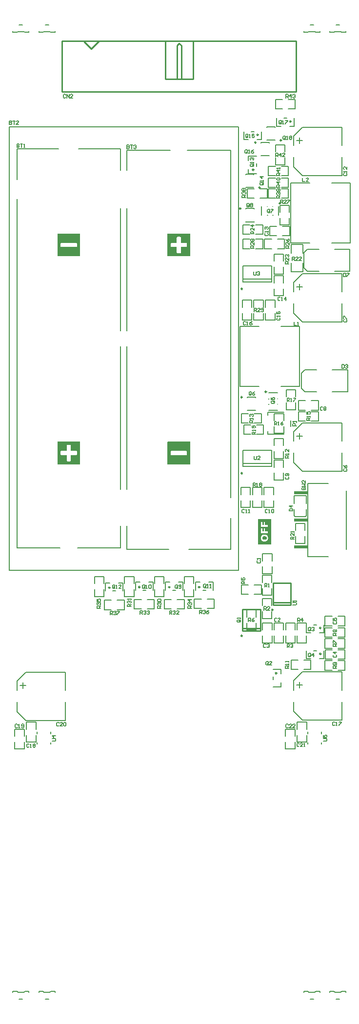
<source format=gto>
G04*
G04 #@! TF.GenerationSoftware,Altium Limited,Altium Designer,18.0.11 (651)*
G04*
G04 Layer_Color=65535*
%FSLAX44Y44*%
%MOMM*%
G71*
G01*
G75*
%ADD10C,0.2500*%
%ADD11C,0.1000*%
%ADD12C,0.2000*%
%ADD13C,0.2540*%
%ADD14C,0.2286*%
%ADD15C,0.1500*%
%ADD16R,2.4130X0.5080*%
G36*
X409000Y-834000D02*
X386537D01*
Y-790059D01*
X409000D01*
Y-834000D01*
D02*
G37*
G36*
X268526Y-655863D02*
X268589Y-655987D01*
Y-694727D01*
Y-694790D01*
Y-694853D01*
X268526Y-694915D01*
X268401Y-694977D01*
X229599D01*
X229536Y-694915D01*
X229474Y-694853D01*
X229411Y-694727D01*
Y-655987D01*
Y-655925D01*
X229536Y-655863D01*
X229661Y-655800D01*
X268464D01*
X268526Y-655863D01*
D02*
G37*
G36*
X77526D02*
X77589Y-655987D01*
Y-694727D01*
Y-694790D01*
Y-694853D01*
X77526Y-694915D01*
X77401Y-694977D01*
X38599D01*
X38536Y-694915D01*
X38474Y-694853D01*
X38411Y-694727D01*
Y-655987D01*
Y-655925D01*
X38536Y-655863D01*
X38661Y-655800D01*
X77464D01*
X77526Y-655863D01*
D02*
G37*
G36*
X77464Y-294885D02*
X77526Y-294947D01*
X77589Y-295072D01*
Y-333812D01*
Y-333875D01*
X77464Y-333937D01*
X77339Y-334000D01*
X38536D01*
X38474Y-333937D01*
X38411Y-333812D01*
Y-295072D01*
Y-295010D01*
Y-294947D01*
X38474Y-294885D01*
X38599Y-294823D01*
X77401D01*
X77464Y-294885D01*
D02*
G37*
G36*
X268464D02*
X268526Y-294947D01*
X268589Y-295072D01*
Y-333812D01*
Y-333875D01*
X268464Y-333937D01*
X268339Y-334000D01*
X229536D01*
X229474Y-333937D01*
X229411Y-333812D01*
Y-295072D01*
Y-295010D01*
Y-294947D01*
X229474Y-294885D01*
X229599Y-294823D01*
X268401D01*
X268464Y-294885D01*
D02*
G37*
%LPC*%
G36*
X403750Y-795059D02*
X391786D01*
Y-803623D01*
X403750D01*
Y-800541D01*
X398635D01*
Y-795459D01*
X396319D01*
Y-800541D01*
X394103D01*
Y-795059D01*
X403750D01*
D02*
G37*
G36*
Y-805756D02*
Y-811238D01*
X398635D01*
Y-806156D01*
X396319D01*
Y-811238D01*
X394103D01*
Y-805756D01*
X403750D01*
X391786D01*
Y-814320D01*
X403750D01*
Y-805756D01*
D02*
G37*
G36*
X404000Y-816686D02*
X397785D01*
X397252Y-816703D01*
X396768Y-816753D01*
X396285Y-816836D01*
X395852Y-816936D01*
X395452Y-817070D01*
X395069Y-817203D01*
X394736Y-817353D01*
X394419Y-817503D01*
X394152Y-817670D01*
X393903Y-817820D01*
X393703Y-817953D01*
X393519Y-818070D01*
X393386Y-818186D01*
X393303Y-818269D01*
X393236Y-818319D01*
X393219Y-818336D01*
X392920Y-818653D01*
X392670Y-819003D01*
X392436Y-819369D01*
X392253Y-819736D01*
X392086Y-820119D01*
X391953Y-820486D01*
X391837Y-820852D01*
X391753Y-821219D01*
X391670Y-821552D01*
X391620Y-821852D01*
X391586Y-822135D01*
X391570Y-822385D01*
X391553Y-822568D01*
X391536Y-822718D01*
Y-822852D01*
X391553Y-823385D01*
X391603Y-823868D01*
X391687Y-824334D01*
X391803Y-824768D01*
X391920Y-825168D01*
X392070Y-825551D01*
X392220Y-825884D01*
X392370Y-826184D01*
X392536Y-826467D01*
X392686Y-826701D01*
X392836Y-826901D01*
X392953Y-827067D01*
X393069Y-827200D01*
X393153Y-827284D01*
X393203Y-827350D01*
X393219Y-827367D01*
X393553Y-827650D01*
X393903Y-827900D01*
X394269Y-828117D01*
X394636Y-828317D01*
X395019Y-828467D01*
X395402Y-828600D01*
X395769Y-828717D01*
X396135Y-828800D01*
X396469Y-828867D01*
X396785Y-828917D01*
X397068Y-828950D01*
X397302Y-828967D01*
X397502Y-828983D01*
X397652Y-829000D01*
X404000D01*
Y-822852D01*
X403983Y-822318D01*
X403933Y-821835D01*
X403850Y-821369D01*
X403733Y-820935D01*
X403617Y-820519D01*
X403467Y-820152D01*
X403317Y-819819D01*
X403150Y-819519D01*
X403000Y-819236D01*
X402850Y-819003D01*
X402700Y-818803D01*
X402584Y-818636D01*
X402467Y-818503D01*
X402384Y-818419D01*
X402334Y-818353D01*
X402317Y-818336D01*
X401984Y-818053D01*
X401634Y-817786D01*
X401267Y-817570D01*
X400901Y-817386D01*
X400518Y-817220D01*
X400151Y-817086D01*
X399768Y-816986D01*
X399418Y-816887D01*
X399085Y-816820D01*
X398768Y-816770D01*
X398501Y-816737D01*
X398251Y-816720D01*
X398051Y-816703D01*
X397918Y-816686D01*
X404000D01*
D02*
G37*
%LPD*%
G36*
X398135Y-819902D02*
X398468Y-819919D01*
X398768Y-819952D01*
X399035Y-820002D01*
X399251Y-820052D01*
X399401Y-820086D01*
X399501Y-820102D01*
X399518Y-820119D01*
X399534D01*
X399801Y-820202D01*
X400051Y-820319D01*
X400268Y-820419D01*
X400451Y-820519D01*
X400601Y-820619D01*
X400718Y-820702D01*
X400784Y-820752D01*
X400817Y-820769D01*
X400984Y-820935D01*
X401134Y-821085D01*
X401251Y-821252D01*
X401351Y-821402D01*
X401434Y-821535D01*
X401484Y-821635D01*
X401517Y-821702D01*
X401534Y-821719D01*
X401601Y-821918D01*
X401651Y-822118D01*
X401701Y-822318D01*
X401717Y-822485D01*
X401734Y-822635D01*
X401751Y-822752D01*
Y-822852D01*
X401734Y-823068D01*
X401717Y-823268D01*
X401684Y-823468D01*
X401634Y-823635D01*
X401601Y-823785D01*
X401567Y-823885D01*
X401551Y-823951D01*
X401534Y-823985D01*
X401434Y-824185D01*
X401317Y-824351D01*
X401217Y-824518D01*
X401101Y-824651D01*
X401001Y-824768D01*
X400918Y-824851D01*
X400851Y-824901D01*
X400834Y-824918D01*
X400634Y-825068D01*
X400434Y-825184D01*
X400234Y-825301D01*
X400034Y-825384D01*
X399868Y-825468D01*
X399718Y-825518D01*
X399635Y-825551D01*
X399601Y-825568D01*
X399301Y-825651D01*
X399001Y-825701D01*
X398701Y-825751D01*
X398418Y-825768D01*
X398168Y-825784D01*
X398051Y-825801D01*
X397968D01*
X397885D01*
X397835D01*
X397802D01*
X397785D01*
X397402Y-825784D01*
X397052Y-825768D01*
X396735Y-825717D01*
X396469Y-825667D01*
X396252Y-825634D01*
X396085Y-825584D01*
X396035Y-825568D01*
X395985D01*
X395969Y-825551D01*
X395952D01*
X395669Y-825451D01*
X395419Y-825351D01*
X395202Y-825234D01*
X395019Y-825134D01*
X394886Y-825034D01*
X394786Y-824968D01*
X394719Y-824918D01*
X394702Y-824901D01*
X394536Y-824734D01*
X394386Y-824568D01*
X394269Y-824418D01*
X394169Y-824268D01*
X394103Y-824135D01*
X394036Y-824035D01*
X394019Y-823968D01*
X394003Y-823951D01*
X393936Y-823751D01*
X393869Y-823568D01*
X393836Y-823368D01*
X393819Y-823202D01*
X393803Y-823068D01*
X393786Y-822952D01*
Y-822852D01*
X393803Y-822635D01*
X393819Y-822435D01*
X393853Y-822235D01*
X393903Y-822068D01*
X393953Y-821935D01*
X393986Y-821835D01*
X394003Y-821752D01*
X394019Y-821735D01*
X394119Y-821535D01*
X394219Y-821369D01*
X394336Y-821202D01*
X394452Y-821052D01*
X394552Y-820952D01*
X394636Y-820852D01*
X394702Y-820802D01*
X394719Y-820786D01*
X394902Y-820636D01*
X395102Y-820519D01*
X395302Y-820402D01*
X395502Y-820302D01*
X395669Y-820236D01*
X395802Y-820186D01*
X395902Y-820152D01*
X395919Y-820136D01*
X395935D01*
X396235Y-820052D01*
X396535Y-819986D01*
X396852Y-819952D01*
X397135Y-819919D01*
X397385Y-819902D01*
X397502Y-819886D01*
X397585D01*
X397668D01*
X397718D01*
X397752D01*
X397768D01*
X398135Y-819902D01*
D02*
G37*
G36*
X404000Y-829000D02*
X397785D01*
X398302Y-828983D01*
X398801Y-828933D01*
X399268Y-828850D01*
X399701Y-828750D01*
X400101Y-828617D01*
X400468Y-828484D01*
X400817Y-828334D01*
X401117Y-828184D01*
X401401Y-828034D01*
X401634Y-827884D01*
X401834Y-827750D01*
X402017Y-827617D01*
X402150Y-827517D01*
X402234Y-827434D01*
X402300Y-827384D01*
X402317Y-827367D01*
X402617Y-827050D01*
X402867Y-826701D01*
X403100Y-826351D01*
X403284Y-825967D01*
X403450Y-825601D01*
X403583Y-825218D01*
X403700Y-824851D01*
X403783Y-824501D01*
X403867Y-824168D01*
X403917Y-823851D01*
X403950Y-823568D01*
X403967Y-823335D01*
X403983Y-823135D01*
X404000Y-822985D01*
Y-829000D01*
D02*
G37*
%LPC*%
G36*
X261653Y-671796D02*
X236285D01*
X236097Y-671858D01*
X235785Y-671921D01*
X235472Y-672108D01*
X235222Y-672296D01*
X234910Y-672608D01*
X234722Y-672983D01*
X234660Y-673483D01*
Y-677294D01*
Y-677357D01*
X234722Y-677544D01*
X234785Y-677857D01*
X234972Y-678169D01*
X235160Y-678419D01*
X235472Y-678732D01*
X235847Y-678919D01*
X236347Y-678982D01*
X261716D01*
X261903Y-678919D01*
X262215Y-678857D01*
X262465Y-678732D01*
X262778Y-678482D01*
X263090Y-678169D01*
X263278Y-677794D01*
X263340Y-677294D01*
Y-673483D01*
Y-673420D01*
X263278Y-673233D01*
X263215Y-672921D01*
X263028Y-672671D01*
X262840Y-672358D01*
X262528Y-672046D01*
X262153Y-671858D01*
X261653Y-671796D01*
D02*
G37*
G36*
X59906Y-661049D02*
X56032D01*
X55844Y-661111D01*
X55532Y-661174D01*
X55219Y-661361D01*
X54970Y-661548D01*
X54657Y-661861D01*
X54470Y-662236D01*
X54407Y-662736D01*
Y-671546D01*
Y-671609D01*
Y-671671D01*
X54345Y-671733D01*
X54220Y-671796D01*
X45285D01*
X45097Y-671858D01*
X44785Y-671921D01*
X44472Y-672108D01*
X44222Y-672296D01*
X43910Y-672608D01*
X43722Y-672983D01*
X43660Y-673483D01*
Y-677294D01*
Y-677357D01*
X43722Y-677544D01*
X43785Y-677857D01*
X43972Y-678169D01*
X44160Y-678419D01*
X44472Y-678732D01*
X44847Y-678919D01*
X45347Y-678982D01*
X54282D01*
X54345Y-679044D01*
X54407Y-679169D01*
Y-688042D01*
Y-688104D01*
X54470Y-688292D01*
X54532Y-688604D01*
X54657Y-688916D01*
X54907Y-689166D01*
X55219Y-689479D01*
X55594Y-689666D01*
X56094Y-689729D01*
X59968D01*
X60156Y-689666D01*
X60468Y-689604D01*
X60718Y-689416D01*
X61031Y-689229D01*
X61343Y-688916D01*
X61530Y-688542D01*
X61593Y-688042D01*
Y-679169D01*
Y-679107D01*
X61718Y-679044D01*
X61843Y-678982D01*
X70715D01*
X70903Y-678919D01*
X71215Y-678857D01*
X71465Y-678732D01*
X71778Y-678482D01*
X72090Y-678169D01*
X72278Y-677794D01*
X72340Y-677294D01*
Y-673483D01*
Y-673420D01*
X72278Y-673233D01*
X72215Y-672921D01*
X72028Y-672671D01*
X71840Y-672358D01*
X71528Y-672046D01*
X71153Y-671858D01*
X70653Y-671796D01*
X61780D01*
X61718Y-671733D01*
X61655Y-671671D01*
X61593Y-671546D01*
Y-662736D01*
Y-662673D01*
X61530Y-662486D01*
X61468Y-662173D01*
X61280Y-661923D01*
X61093Y-661611D01*
X60781Y-661299D01*
X60406Y-661111D01*
X59906Y-661049D01*
D02*
G37*
G36*
X70653Y-310818D02*
X45285D01*
X45097Y-310881D01*
X44785Y-310943D01*
X44535Y-311068D01*
X44222Y-311318D01*
X43910Y-311631D01*
X43722Y-312006D01*
X43660Y-312505D01*
Y-316317D01*
Y-316380D01*
X43722Y-316567D01*
X43785Y-316879D01*
X43972Y-317129D01*
X44160Y-317442D01*
X44472Y-317754D01*
X44847Y-317942D01*
X45347Y-318004D01*
X70715D01*
X70903Y-317942D01*
X71215Y-317879D01*
X71528Y-317692D01*
X71778Y-317504D01*
X72090Y-317192D01*
X72278Y-316817D01*
X72340Y-316317D01*
Y-312505D01*
Y-312443D01*
X72278Y-312256D01*
X72215Y-311943D01*
X72028Y-311631D01*
X71840Y-311381D01*
X71528Y-311068D01*
X71153Y-310881D01*
X70653Y-310818D01*
D02*
G37*
G36*
X250906Y-300071D02*
X247032D01*
X246844Y-300134D01*
X246532Y-300196D01*
X246282Y-300384D01*
X245970Y-300571D01*
X245657Y-300884D01*
X245470Y-301258D01*
X245407Y-301758D01*
Y-310631D01*
Y-310693D01*
X245282Y-310756D01*
X245157Y-310818D01*
X236285D01*
X236097Y-310881D01*
X235785Y-310943D01*
X235535Y-311068D01*
X235222Y-311318D01*
X234910Y-311631D01*
X234722Y-312006D01*
X234660Y-312505D01*
Y-316317D01*
Y-316380D01*
X234722Y-316567D01*
X234785Y-316879D01*
X234972Y-317129D01*
X235160Y-317442D01*
X235472Y-317754D01*
X235847Y-317942D01*
X236347Y-318004D01*
X245220D01*
X245282Y-318067D01*
X245345Y-318129D01*
X245407Y-318254D01*
Y-327064D01*
Y-327127D01*
X245470Y-327314D01*
X245532Y-327627D01*
X245720Y-327877D01*
X245907Y-328189D01*
X246220Y-328501D01*
X246594Y-328689D01*
X247094Y-328751D01*
X250968D01*
X251156Y-328689D01*
X251468Y-328626D01*
X251780Y-328439D01*
X252031Y-328251D01*
X252343Y-327939D01*
X252530Y-327564D01*
X252593Y-327064D01*
Y-318254D01*
Y-318192D01*
Y-318129D01*
X252655Y-318067D01*
X252780Y-318004D01*
X261716D01*
X261903Y-317942D01*
X262215Y-317879D01*
X262528Y-317692D01*
X262778Y-317504D01*
X263090Y-317192D01*
X263278Y-316817D01*
X263340Y-316317D01*
Y-312505D01*
Y-312443D01*
X263278Y-312256D01*
X263215Y-311943D01*
X263028Y-311631D01*
X262840Y-311381D01*
X262528Y-311068D01*
X262153Y-310881D01*
X261653Y-310818D01*
X252718D01*
X252655Y-310756D01*
X252593Y-310631D01*
Y-301758D01*
Y-301696D01*
X252530Y-301508D01*
X252468Y-301196D01*
X252343Y-300884D01*
X252093Y-300634D01*
X251780Y-300321D01*
X251406Y-300134D01*
X250906Y-300071D01*
D02*
G37*
%LPD*%
D10*
X495866Y-1023968D02*
G03*
X495866Y-1023968I-1250J0D01*
G01*
X495866Y-978968D02*
G03*
X495866Y-978968I-1250J0D01*
G01*
X419218Y-1057384D02*
G03*
X419218Y-1057384I-1250J0D01*
G01*
X359600Y-710400D02*
G03*
X359600Y-710400I-1250J0D01*
G01*
X285634Y-908032D02*
G03*
X285634Y-908032I-1250J0D01*
G01*
X129634Y-909032D02*
G03*
X129634Y-909032I-1250J0D01*
G01*
X359500Y-992500D02*
G03*
X359500Y-992500I-1250J0D01*
G01*
X412500Y-947500D02*
G03*
X412500Y-947500I-1250J0D01*
G01*
X401250Y-569000D02*
G03*
X401250Y-569000I-1250J0D01*
G01*
X359250Y-578500D02*
G03*
X359250Y-578500I-1250J0D01*
G01*
X359600Y-390400D02*
G03*
X359600Y-390400I-1250J0D01*
G01*
X425750Y-242000D02*
G03*
X425750Y-242000I-1250J0D01*
G01*
X356750Y-251000D02*
G03*
X356750Y-251000I-1250J0D01*
G01*
X443866Y-99968D02*
G03*
X443866Y-99968I-1250J0D01*
G01*
X427250Y-132500D02*
G03*
X427250Y-132500I-1250J0D01*
G01*
X390250Y-214500D02*
G03*
X390250Y-214500I-1250J0D01*
G01*
X386866Y-122968D02*
G03*
X386866Y-122968I-1250J0D01*
G01*
X379282Y-183616D02*
G03*
X379282Y-183616I-1250J0D01*
G01*
X383250Y-136500D02*
G03*
X383250Y-136500I-1250J0D01*
G01*
X233634Y-908032D02*
G03*
X233634Y-908032I-1250J0D01*
G01*
X181634D02*
G03*
X181634Y-908032I-1250J0D01*
G01*
D11*
X3500Y-1184500D02*
G03*
X3500Y-1184500I-500J0D01*
G01*
X473500D02*
G03*
X473500Y-1184500I-500J0D01*
G01*
D12*
X339000Y-753000D02*
X339000Y-150200D01*
Y-842700D02*
Y-788000D01*
X266000Y-842700D02*
X339000D01*
X159000D02*
X232000D01*
X159000D02*
Y-802000D01*
X159000Y-490000D02*
X159000Y-738000D01*
Y-185000D02*
Y-150200D01*
Y-463000D02*
Y-251000D01*
X264000Y-150200D02*
X339000D01*
X159000D02*
X234000D01*
X-32000Y-201000D02*
Y-147700D01*
X-32000Y-235000D02*
X-32000Y-840200D01*
X73000D02*
X148000D01*
X-32000D02*
X43000D01*
X148000D02*
Y-802000D01*
X148000Y-490000D02*
X148000Y-738000D01*
Y-185000D02*
Y-147700D01*
Y-463000D02*
Y-251000D01*
X75000Y-147700D02*
X148000D01*
X-32000D02*
X40000D01*
X443728Y-1051128D02*
Y-1034872D01*
X455920D01*
X443728Y-1051128D02*
X455920D01*
X466080Y-1034872D02*
X478272D01*
X466080Y-1051128D02*
X478272D01*
Y-1034872D01*
X502728Y-995128D02*
Y-978872D01*
X514920D01*
X502728Y-995128D02*
X514920D01*
X525080Y-978872D02*
X537272D01*
X525080Y-995128D02*
X537272D01*
Y-978872D01*
X502728Y-1052128D02*
Y-1035872D01*
X514920D01*
X502728Y-1052128D02*
X514920D01*
X525080Y-1035872D02*
X537272D01*
X525080Y-1052128D02*
X537272D01*
Y-1035872D01*
X502960Y-1016618D02*
X515160D01*
X502960Y-1033382D02*
Y-1016618D01*
Y-1033382D02*
X515160D01*
X525160D02*
X537360D01*
Y-1016618D01*
X525160D02*
X537360D01*
X537272Y-1014128D02*
Y-997872D01*
X525080Y-1014128D02*
X537272D01*
X525080Y-997872D02*
X537272D01*
X502728Y-1014128D02*
X514920D01*
X502728Y-997872D02*
X514920D01*
X502728Y-1014128D02*
Y-997872D01*
X525000Y-975132D02*
X537200D01*
Y-958368D01*
X525000D02*
X537200D01*
X502800D02*
X515000D01*
X502800Y-975132D02*
Y-958368D01*
Y-975132D02*
X515000D01*
X470760Y-1032350D02*
X478380D01*
X493620D02*
X501240D01*
X483460Y-1018380D02*
X488540D01*
X470760Y-1032350D02*
Y-1018380D01*
X501240Y-1032350D02*
Y-1018380D01*
X470760Y-987350D02*
X478380D01*
X493620D02*
X501240D01*
X483460Y-973380D02*
X488540D01*
X470760Y-987350D02*
Y-973380D01*
X501240Y-987350D02*
Y-973380D01*
X451872Y-832272D02*
X468128D01*
X451872D02*
Y-820080D01*
X468128Y-832272D02*
Y-820080D01*
X451872Y-809920D02*
Y-797728D01*
X468128Y-809920D02*
Y-797728D01*
X451872D02*
X468128D01*
X470500Y-784340D02*
Y-772840D01*
X468750Y-786090D02*
X470500Y-784340D01*
X451250Y-786090D02*
X468750D01*
X449500Y-784340D02*
Y-772840D01*
Y-784340D02*
X451250Y-786090D01*
X470500Y-762840D02*
Y-749590D01*
X449500D02*
X470500D01*
X449500Y-762840D02*
Y-749590D01*
X394118Y-1004700D02*
Y-992500D01*
Y-1004700D02*
X410882D01*
Y-992500D01*
Y-982500D02*
Y-970300D01*
X394118D02*
X410882D01*
X394118Y-982500D02*
Y-970300D01*
X412380Y-1050760D02*
X426350D01*
X412380Y-1081240D02*
X426350D01*
X412380Y-1068540D02*
Y-1063460D01*
X426350Y-1058380D02*
Y-1050760D01*
Y-1081240D02*
Y-1073620D01*
X414872Y-606728D02*
X431128D01*
Y-618920D02*
Y-606728D01*
X414872Y-618920D02*
Y-606728D01*
X431128Y-641272D02*
Y-629080D01*
X414872Y-641272D02*
Y-629080D01*
Y-641272D02*
X431128D01*
X403680Y-643050D02*
X431620D01*
X403680D02*
Y-637970D01*
Y-610030D02*
Y-604950D01*
X431620D01*
X443050Y-629080D02*
Y-618920D01*
X-45500Y-108900D02*
X352500Y-108900D01*
Y-878900D02*
Y-108900D01*
X-45500Y-878900D02*
Y-108900D01*
Y-878900D02*
X352500Y-878900D01*
X466000Y-1611500D02*
Y-1610000D01*
X494000Y-1611500D02*
Y-1610000D01*
X466000D02*
X473000D01*
X475000Y-1611000D01*
X476000D01*
X485000D01*
X487000Y-1610000D01*
X494000D01*
X477000Y-1623000D02*
X483000D01*
X6000Y-1611500D02*
Y-1610000D01*
X34000Y-1611500D02*
Y-1610000D01*
X6000D02*
X13000D01*
X15000Y-1611000D01*
X16000D01*
X25000D01*
X27000Y-1610000D01*
X34000D01*
X17000Y-1623000D02*
X23000D01*
X154872Y-924272D02*
X171128D01*
X154872D02*
Y-912080D01*
X171128Y-924272D02*
Y-912080D01*
X154872Y-901920D02*
Y-889728D01*
X171128Y-901920D02*
Y-889728D01*
X154872D02*
X171128D01*
X360000Y-693810D02*
X410000D01*
X360000Y-698970D02*
Y-671030D01*
X410000Y-698970D02*
Y-671030D01*
X360000Y-698970D02*
X410000D01*
X360000Y-671030D02*
X410000D01*
X511000Y-1611500D02*
Y-1610000D01*
X539000Y-1611500D02*
Y-1610000D01*
X511000D02*
X518000D01*
X520000Y-1611000D01*
X521000D01*
X530000D01*
X532000Y-1610000D01*
X539000D01*
X522000Y-1623000D02*
X528000D01*
X258872Y-924272D02*
X275128D01*
X258872D02*
Y-912080D01*
X275128Y-924272D02*
Y-912080D01*
X258872Y-901920D02*
Y-889728D01*
X275128Y-901920D02*
Y-889728D01*
X258872D02*
X275128D01*
X206872D02*
X223128D01*
Y-901920D02*
Y-889728D01*
X206872Y-901920D02*
Y-889728D01*
X223128Y-924272D02*
Y-912080D01*
X206872Y-924272D02*
Y-912080D01*
Y-924272D02*
X223128D01*
X300620Y-899650D02*
X308240D01*
X277760D02*
X285380D01*
X290460Y-913620D02*
X295540D01*
X308240D02*
Y-899650D01*
X277760Y-913620D02*
Y-899650D01*
X275728Y-945128D02*
Y-928872D01*
X287920D01*
X275728Y-945128D02*
X287920D01*
X298080Y-928872D02*
X310272D01*
X298080Y-945128D02*
X310272D01*
Y-928872D01*
X-28000Y-1623000D02*
X-22000D01*
X-18000Y-1610000D02*
X-11000D01*
X-20000Y-1611000D02*
X-18000Y-1610000D01*
X-29000Y-1611000D02*
X-20000D01*
X-30000D02*
X-29000D01*
X-32000Y-1610000D02*
X-30000Y-1611000D01*
X-39000Y-1610000D02*
X-32000D01*
X-11000Y-1611500D02*
Y-1610000D01*
X-39000Y-1611500D02*
Y-1610000D01*
X102872Y-924272D02*
X119128D01*
X102872D02*
Y-912080D01*
X119128Y-924272D02*
Y-912080D01*
X102872Y-901920D02*
Y-889728D01*
X119128Y-901920D02*
Y-889728D01*
X102872D02*
X119128D01*
X144620Y-900650D02*
X152240D01*
X121760D02*
X129380D01*
X134460Y-914620D02*
X139540D01*
X152240D02*
Y-900650D01*
X121760Y-914620D02*
Y-900650D01*
X119728Y-947128D02*
Y-930872D01*
X131920D01*
X119728Y-947128D02*
X131920D01*
X142080Y-930872D02*
X154272D01*
X142080Y-947128D02*
X154272D01*
Y-930872D01*
X51910Y-1139410D02*
Y-1107660D01*
X-16670Y-1139410D02*
X51910D01*
X-31910Y-1124170D02*
X-16670Y-1139410D01*
X-31910Y-1124170D02*
Y-1107660D01*
Y-1087340D02*
Y-1070830D01*
X-16670Y-1055590D01*
X51910D01*
X-26830Y-1078450D02*
X-16750D01*
X-21750Y-1083450D02*
Y-1073370D01*
X51910Y-1087340D02*
Y-1055590D01*
X-19118Y-1166910D02*
Y-1154710D01*
X-35882D02*
X-19118D01*
X-35882Y-1166910D02*
Y-1154710D01*
Y-1189110D02*
Y-1176910D01*
Y-1189110D02*
X-19118D01*
Y-1176910D01*
X-15882Y-1176950D02*
Y-1164750D01*
Y-1176950D02*
X882D01*
Y-1164750D01*
Y-1154750D02*
Y-1142550D01*
X-15882D02*
X882D01*
X-15882Y-1154750D02*
Y-1142550D01*
X3000Y-1180500D02*
Y-1177550D01*
Y-1162450D02*
Y-1159500D01*
X27000Y-1162450D02*
Y-1159500D01*
Y-1180500D02*
Y-1177550D01*
X450882Y-1167000D02*
Y-1154800D01*
X434118D02*
X450882D01*
X434118Y-1167000D02*
Y-1154800D01*
Y-1189200D02*
Y-1177000D01*
Y-1189200D02*
X450882D01*
Y-1177000D01*
X497000Y-1180500D02*
Y-1177550D01*
Y-1162450D02*
Y-1159500D01*
X473000Y-1162450D02*
Y-1159500D01*
Y-1180500D02*
Y-1177550D01*
X454118Y-1176950D02*
Y-1164750D01*
Y-1176950D02*
X470882D01*
Y-1164750D01*
Y-1154750D02*
Y-1142550D01*
X454118D02*
X470882D01*
X454118Y-1154750D02*
Y-1142550D01*
X531910Y-1138910D02*
Y-1107160D01*
X463330Y-1138910D02*
X531910D01*
X448090Y-1123670D02*
X463330Y-1138910D01*
X448090Y-1123670D02*
Y-1107160D01*
Y-1086840D02*
Y-1070330D01*
X463330Y-1055090D01*
X531910D01*
X453170Y-1077950D02*
X463250D01*
X458250Y-1082950D02*
Y-1072870D01*
X531910Y-1086840D02*
Y-1055090D01*
X454372Y-1004772D02*
X470628D01*
X454372D02*
Y-992580D01*
X470628Y-1004772D02*
Y-992580D01*
X454372Y-982420D02*
Y-970228D01*
X470628Y-982420D02*
Y-970228D01*
X454372D02*
X470628D01*
X434372Y-1004772D02*
X450628D01*
X434372D02*
Y-992580D01*
X450628Y-1004772D02*
Y-992580D01*
X434372Y-982420D02*
Y-970228D01*
X450628Y-982420D02*
Y-970228D01*
X434372D02*
X450628D01*
X414118Y-982500D02*
Y-970300D01*
X430882D01*
Y-982500D02*
Y-970300D01*
Y-1004700D02*
Y-992500D01*
X414118Y-1004700D02*
X430882D01*
X414118D02*
Y-992500D01*
X366872Y-947728D02*
X383128D01*
Y-959920D02*
Y-947728D01*
X366872Y-959920D02*
Y-947728D01*
X383128Y-982272D02*
Y-970080D01*
X366872Y-982272D02*
Y-970080D01*
Y-982272D02*
X383128D01*
X357728Y-920628D02*
Y-904372D01*
X369920D01*
X357728Y-920628D02*
X369920D01*
X380080Y-904372D02*
X392272D01*
X380080Y-920628D02*
X392272D01*
Y-904372D01*
X394372Y-927888D02*
X410628D01*
Y-940080D02*
Y-927888D01*
X394372Y-940080D02*
Y-927888D01*
X410628Y-962432D02*
Y-950240D01*
X394372Y-962432D02*
Y-950240D01*
Y-962432D02*
X410628D01*
X394372Y-887568D02*
X410628D01*
Y-899760D02*
Y-887568D01*
X394372Y-899760D02*
Y-887568D01*
X410628Y-922112D02*
Y-909920D01*
X394372Y-922112D02*
Y-909920D01*
Y-922112D02*
X410628D01*
X410882Y-884700D02*
Y-872500D01*
X394118Y-884700D02*
X410882D01*
X394118D02*
Y-872500D01*
Y-862500D02*
Y-850300D01*
X410882D01*
Y-862500D02*
Y-850300D01*
X396618Y-747500D02*
Y-735300D01*
X413382D01*
Y-747500D02*
Y-735300D01*
Y-769700D02*
Y-757500D01*
X396618Y-769700D02*
X413382D01*
X396618D02*
Y-757500D01*
X376872Y-735228D02*
X393128D01*
Y-747420D02*
Y-735228D01*
X376872Y-747420D02*
Y-735228D01*
X393128Y-769772D02*
Y-757580D01*
X376872Y-769772D02*
Y-757580D01*
Y-769772D02*
X393128D01*
X356618Y-769700D02*
Y-757500D01*
Y-769700D02*
X373382D01*
Y-757500D01*
Y-747500D02*
Y-735300D01*
X356618D02*
X373382D01*
X356618Y-747500D02*
Y-735300D01*
X540150Y-842250D02*
Y-740650D01*
X472840Y-854950D02*
Y-727950D01*
X508400D01*
X472840Y-854950D02*
X508400D01*
X414372Y-650228D02*
X430628D01*
Y-662420D02*
Y-650228D01*
X414372Y-662420D02*
Y-650228D01*
X430628Y-684772D02*
Y-672580D01*
X414372Y-684772D02*
Y-672580D01*
Y-684772D02*
X430628D01*
X414118Y-700000D02*
Y-687800D01*
X430882D01*
Y-700000D02*
Y-687800D01*
Y-722200D02*
Y-710000D01*
X414118Y-722200D02*
X430882D01*
X414118D02*
Y-710000D01*
X491272Y-620128D02*
Y-603872D01*
X479080Y-620128D02*
X491272D01*
X479080Y-603872D02*
X491272D01*
X456728Y-620128D02*
X468920D01*
X456728Y-603872D02*
X468920D01*
X456728Y-620128D02*
Y-603872D01*
X361568Y-643128D02*
Y-626872D01*
X373760D01*
X361568Y-643128D02*
X373760D01*
X383920Y-626872D02*
X396112D01*
X383920Y-643128D02*
X396112D01*
Y-626872D01*
X392272Y-623128D02*
Y-606872D01*
X380080Y-623128D02*
X392272D01*
X380080Y-606872D02*
X392272D01*
X357728Y-623128D02*
X369920D01*
X357728Y-606872D02*
X369920D01*
X357728Y-623128D02*
Y-606872D01*
X531910Y-706910D02*
Y-675160D01*
X463330Y-706910D02*
X531910D01*
X448090Y-691670D02*
X463330Y-706910D01*
X448090Y-691670D02*
Y-675160D01*
Y-654840D02*
Y-638330D01*
X463330Y-623090D01*
X531910D01*
X453170Y-645950D02*
X463250D01*
X458250Y-650950D02*
Y-640870D01*
X531910Y-654840D02*
Y-623090D01*
X515500Y-531000D02*
X542000D01*
Y-569000D02*
Y-531000D01*
X515500Y-569000D02*
X542000D01*
X468000Y-531000D02*
X488500D01*
X462000Y-563000D02*
Y-537000D01*
X468000Y-569000D02*
X488500D01*
X462000Y-537000D02*
X468000Y-531000D01*
X462000Y-563000D02*
X468000Y-569000D01*
X456800Y-601382D02*
X469000D01*
X456800D02*
Y-584618D01*
X469000D01*
X479000D02*
X491200D01*
Y-601382D02*
Y-584618D01*
X479000Y-601382D02*
X491200D01*
X435872Y-565728D02*
X452128D01*
Y-577920D02*
Y-565728D01*
X435872Y-577920D02*
Y-565728D01*
X452128Y-600272D02*
Y-588080D01*
X435872Y-600272D02*
Y-588080D01*
Y-600272D02*
X452128D01*
X405380Y-601000D02*
X420620D01*
X405380Y-571000D02*
X420620D01*
X405380Y-581428D02*
Y-581174D01*
Y-590826D02*
Y-590572D01*
X420620Y-581174D02*
Y-580920D01*
Y-590572D02*
Y-590318D01*
X368000Y-601500D02*
Y-601000D01*
X382000Y-601500D02*
Y-601000D01*
X368000Y-579000D02*
Y-578500D01*
X382000Y-579000D02*
Y-578500D01*
X368000D02*
X382000D01*
X368000Y-601500D02*
X382000D01*
X458500Y-560000D02*
Y-456000D01*
X355500D02*
X388000D01*
X355500Y-560000D02*
Y-456000D01*
Y-560000D02*
X388000D01*
X426000D02*
X458500D01*
X426000Y-456000D02*
X458500D01*
X399118Y-444700D02*
Y-432500D01*
Y-444700D02*
X415882D01*
Y-432500D01*
Y-422500D02*
Y-410300D01*
X399118D02*
X415882D01*
X399118Y-422500D02*
Y-410300D01*
X359118Y-444540D02*
Y-432340D01*
Y-444540D02*
X375882D01*
Y-432340D01*
Y-422340D02*
Y-410140D01*
X359118D02*
X375882D01*
X359118Y-422340D02*
Y-410140D01*
X379212Y-410068D02*
X395468D01*
Y-422260D02*
Y-410068D01*
X379212Y-422260D02*
Y-410068D01*
X395468Y-444612D02*
Y-432420D01*
X379212Y-444612D02*
Y-432420D01*
Y-444612D02*
X395468D01*
X414118Y-402360D02*
Y-390160D01*
Y-402360D02*
X430882D01*
Y-390160D01*
Y-380160D02*
Y-367960D01*
X414118D02*
X430882D01*
X414118Y-380160D02*
Y-367960D01*
X414372Y-364772D02*
X430628D01*
X414372D02*
Y-352580D01*
X430628Y-364772D02*
Y-352580D01*
X414372Y-342420D02*
Y-330228D01*
X430628Y-342420D02*
Y-330228D01*
X414372D02*
X430628D01*
X397728Y-320628D02*
Y-304372D01*
X409920D01*
X397728Y-320628D02*
X409920D01*
X420080Y-304372D02*
X432272D01*
X420080Y-320628D02*
X432272D01*
Y-304372D01*
X360000Y-351030D02*
X410000D01*
X360000Y-378970D02*
X410000D01*
Y-351030D01*
X360000Y-378970D02*
Y-351030D01*
Y-373810D02*
X410000D01*
X394772Y-320628D02*
Y-304372D01*
X382580Y-320628D02*
X394772D01*
X382580Y-304372D02*
X394772D01*
X360228Y-320628D02*
X372420D01*
X360228Y-304372D02*
X372420D01*
X360228Y-320628D02*
Y-304372D01*
X394772Y-295628D02*
Y-279372D01*
X382580Y-295628D02*
X394772D01*
X382580Y-279372D02*
X394772D01*
X360228Y-295628D02*
X372420D01*
X360228Y-279372D02*
X372420D01*
X360228Y-295628D02*
Y-279372D01*
X406800Y-281618D02*
X419000D01*
X406800Y-298382D02*
Y-281618D01*
Y-298382D02*
X419000D01*
X429000D02*
X441200D01*
Y-281618D01*
X429000D02*
X441200D01*
X424372Y-245228D02*
X440628D01*
Y-257420D02*
Y-245228D01*
X424372Y-257420D02*
Y-245228D01*
X440628Y-279772D02*
Y-267580D01*
X424372Y-279772D02*
Y-267580D01*
Y-279772D02*
X440628D01*
X392500Y-262620D02*
Y-247380D01*
X422500Y-262620D02*
Y-247380D01*
X412072D02*
X412326D01*
X402674D02*
X402928D01*
X412326Y-262620D02*
X412580D01*
X402928D02*
X403182D01*
X365500Y-274000D02*
Y-273500D01*
X379500Y-274000D02*
Y-273500D01*
X365500Y-251500D02*
Y-251000D01*
X379500Y-251500D02*
Y-251000D01*
X365500D02*
X379500D01*
X365500Y-274000D02*
X379500D01*
X519500Y-322000D02*
X546000D01*
Y-360000D02*
Y-322000D01*
X519500Y-360000D02*
X546000D01*
X472000Y-322000D02*
X492500D01*
X466000Y-354000D02*
Y-328000D01*
X472000Y-360000D02*
X492500D01*
X466000Y-328000D02*
X472000Y-322000D01*
X466000Y-354000D02*
X472000Y-360000D01*
X531910Y-447910D02*
Y-416160D01*
X463330Y-447910D02*
X531910D01*
X448090Y-432670D02*
X463330Y-447910D01*
X448090Y-432670D02*
Y-416160D01*
Y-395840D02*
Y-379330D01*
X463330Y-364090D01*
X531910D01*
X453170Y-386950D02*
X463250D01*
X458250Y-391950D02*
Y-381870D01*
X531910Y-395840D02*
Y-364090D01*
Y-141840D02*
Y-110090D01*
X458250Y-137950D02*
Y-127870D01*
X453170Y-132950D02*
X463250D01*
X463330Y-110090D02*
X531910D01*
X448090Y-125330D02*
X463330Y-110090D01*
X448090Y-141840D02*
Y-125330D01*
Y-178670D02*
Y-162160D01*
Y-178670D02*
X463330Y-193910D01*
X531910D01*
Y-162160D01*
X449240Y-108350D02*
Y-94380D01*
X418760Y-108350D02*
Y-94380D01*
X431460D02*
X436540D01*
X441620Y-108350D02*
X449240D01*
X418760D02*
X426380D01*
X416728Y-78128D02*
Y-61872D01*
X428920D01*
X416728Y-78128D02*
X428920D01*
X439080Y-61872D02*
X451272D01*
X439080Y-78128D02*
X451272D01*
Y-61872D01*
X402000Y-109500D02*
X416000D01*
X402000Y-132500D02*
X416000D01*
X402000D02*
Y-132000D01*
X416000Y-132500D02*
Y-132000D01*
X402000Y-110000D02*
Y-109500D01*
X416000Y-110000D02*
Y-109500D01*
X439272Y-194128D02*
Y-177872D01*
X427080Y-194128D02*
X439272D01*
X427080Y-177872D02*
X439272D01*
X404728Y-194128D02*
X416920D01*
X404728Y-177872D02*
X416920D01*
X404728Y-194128D02*
Y-177872D01*
X416872Y-175112D02*
X433128D01*
X416872D02*
Y-162920D01*
X433128Y-175112D02*
Y-162920D01*
X416872Y-152760D02*
Y-140568D01*
X433128Y-152760D02*
Y-140568D01*
X416872D02*
X433128D01*
X439272Y-214128D02*
Y-197872D01*
X427080Y-214128D02*
X439272D01*
X427080Y-197872D02*
X439272D01*
X404728Y-214128D02*
X416920D01*
X404728Y-197872D02*
X416920D01*
X404728Y-214128D02*
Y-197872D01*
X439272Y-233128D02*
Y-216872D01*
X427080Y-233128D02*
X439272D01*
X427080Y-216872D02*
X439272D01*
X404728Y-233128D02*
X416920D01*
X404728Y-216872D02*
X416920D01*
X404728Y-233128D02*
Y-216872D01*
X367728Y-233128D02*
Y-216872D01*
X379920D01*
X367728Y-233128D02*
X379920D01*
X390080Y-216872D02*
X402272D01*
X390080Y-233128D02*
X402272D01*
Y-216872D01*
X365000Y-191500D02*
X379000D01*
X365000Y-214500D02*
X379000D01*
X365000D02*
Y-214000D01*
X379000Y-214500D02*
Y-214000D01*
X365000Y-192000D02*
Y-191500D01*
X379000Y-192000D02*
Y-191500D01*
X392240Y-131350D02*
Y-117380D01*
X361760Y-131350D02*
Y-117380D01*
X374460D02*
X379540D01*
X384620Y-131350D02*
X392240D01*
X361760D02*
X369380D01*
X369650Y-167380D02*
Y-159760D01*
Y-190240D02*
Y-182620D01*
X383620Y-177540D02*
Y-172460D01*
X369650Y-159760D02*
X383620D01*
X369650Y-190240D02*
X383620D01*
X392000Y-159500D02*
X406000D01*
X392000Y-136500D02*
X406000D01*
Y-137000D02*
Y-136500D01*
X392000Y-137000D02*
Y-136500D01*
X406000Y-159500D02*
Y-159000D01*
X392000Y-159500D02*
Y-159000D01*
X546500Y-310500D02*
Y-206500D01*
X443500D02*
X476000D01*
X443500Y-310500D02*
Y-206500D01*
Y-310500D02*
X476000D01*
X514000D02*
X546500D01*
X514000Y-206500D02*
X546500D01*
X443840Y-313400D02*
X464160D01*
X443840Y-328500D02*
Y-313400D01*
X464160Y-328500D02*
Y-313400D01*
X443840Y-360622D02*
Y-345500D01*
X464160Y-360622D02*
Y-345500D01*
X443840Y-360622D02*
X464160D01*
X225760Y-913620D02*
Y-899650D01*
X256240Y-913620D02*
Y-899650D01*
X238460Y-913620D02*
X243540D01*
X225760Y-899650D02*
X233380D01*
X248620D02*
X256240D01*
X173760Y-913620D02*
Y-899650D01*
X204240Y-913620D02*
Y-899650D01*
X186460Y-913620D02*
X191540D01*
X173760Y-899650D02*
X181380D01*
X196620D02*
X204240D01*
X258272Y-946128D02*
Y-929872D01*
X246080Y-946128D02*
X258272D01*
X246080Y-929872D02*
X258272D01*
X223728Y-946128D02*
X235920D01*
X223728Y-929872D02*
X235920D01*
X223728Y-946128D02*
Y-929872D01*
X206272Y-946128D02*
Y-929872D01*
X194080Y-946128D02*
X206272D01*
X194080Y-929872D02*
X206272D01*
X171728Y-946128D02*
X183920D01*
X171728Y-929872D02*
X183920D01*
X171728Y-946128D02*
Y-929872D01*
X34000Y55000D02*
Y56500D01*
X6000Y55000D02*
Y56500D01*
X27000Y55000D02*
X34000D01*
X25000Y56000D02*
X27000Y55000D01*
X24000Y56000D02*
X25000D01*
X15000D02*
X24000D01*
X13000Y55000D02*
X15000Y56000D01*
X6000Y55000D02*
X13000D01*
X17000Y68000D02*
X23000D01*
X-11000Y55000D02*
Y56500D01*
X-39000Y55000D02*
Y56500D01*
X-18000Y55000D02*
X-11000D01*
X-20000Y56000D02*
X-18000Y55000D01*
X-21000Y56000D02*
X-20000D01*
X-30000D02*
X-21000D01*
X-32000Y55000D02*
X-30000Y56000D01*
X-39000Y55000D02*
X-32000D01*
X-28000Y68000D02*
X-22000D01*
X477000D02*
X483000D01*
X466000Y55000D02*
X473000D01*
X475000Y56000D01*
X484000D01*
X485000D01*
X487000Y55000D01*
X494000D01*
X466000D02*
Y56500D01*
X494000Y55000D02*
Y56500D01*
X522000Y68000D02*
X528000D01*
X511000Y55000D02*
X518000D01*
X520000Y56000D01*
X529000D01*
X530000D01*
X532000Y55000D01*
X539000D01*
X511000D02*
Y56500D01*
X539000Y55000D02*
Y56500D01*
D13*
X84249Y39173D02*
X97330Y26092D01*
X110538Y39300D01*
X273860Y-25724D02*
Y39300D01*
X225600Y-26232D02*
Y39300D01*
Y-26232D02*
X273860D01*
X245920D02*
Y31680D01*
X249730Y35490D01*
X253540Y31680D01*
Y-26232D02*
Y31680D01*
X452800Y-48700D02*
Y39300D01*
X46400D02*
X452800D01*
X46400Y-48700D02*
X452800D01*
X46400D02*
Y39300D01*
D14*
X359500Y-983750D02*
Y-946250D01*
X390500Y-983750D02*
Y-946250D01*
X359500Y-983750D02*
X390500D01*
X359500Y-946250D02*
X390500D01*
X359500Y-979500D02*
X390500D01*
X412500Y-938750D02*
Y-901250D01*
X443500Y-938750D02*
Y-901250D01*
X412500Y-938750D02*
X443500D01*
X412500Y-901250D02*
X443500D01*
X412500Y-934500D02*
X443500D01*
D15*
X440000Y-1049000D02*
X434002D01*
Y-1046001D01*
X435002Y-1045001D01*
X437001D01*
X438001Y-1046001D01*
Y-1049000D01*
Y-1047001D02*
X440000Y-1045001D01*
Y-1043002D02*
Y-1041003D01*
Y-1042002D01*
X434002D01*
X435002Y-1043002D01*
X440000Y-1038004D02*
Y-1036004D01*
Y-1037004D01*
X434002D01*
X435002Y-1038004D01*
X477999Y-1028000D02*
Y-1024002D01*
X476999Y-1023002D01*
X475000D01*
X474000Y-1024002D01*
Y-1028000D01*
X475000Y-1029000D01*
X476999D01*
X475999Y-1027001D02*
X477999Y-1029000D01*
X476999D02*
X477999Y-1028000D01*
X482997Y-1029000D02*
Y-1023002D01*
X479998Y-1026001D01*
X483997D01*
X477999Y-983000D02*
Y-979002D01*
X476999Y-978002D01*
X475000D01*
X474000Y-979002D01*
Y-983000D01*
X475000Y-984000D01*
X476999D01*
X475999Y-982001D02*
X477999Y-984000D01*
X476999D02*
X477999Y-983000D01*
X479998Y-979002D02*
X480998Y-978002D01*
X482997D01*
X483997Y-979002D01*
Y-980001D01*
X482997Y-981001D01*
X481997D01*
X482997D01*
X483997Y-982001D01*
Y-983000D01*
X482997Y-984000D01*
X480998D01*
X479998Y-983000D01*
X449000Y-825000D02*
X443002D01*
Y-822001D01*
X444002Y-821001D01*
X446001D01*
X447001Y-822001D01*
Y-825000D01*
Y-823001D02*
X449000Y-821001D01*
Y-815003D02*
Y-819002D01*
X445001Y-815003D01*
X444002D01*
X443002Y-816003D01*
Y-818002D01*
X444002Y-819002D01*
X449000Y-813004D02*
Y-811004D01*
Y-812004D01*
X443002D01*
X444002Y-813004D01*
X441002Y-776000D02*
X447000D01*
Y-773001D01*
X446000Y-772001D01*
X442002D01*
X441002Y-773001D01*
Y-776000D01*
X447000Y-767003D02*
X441002D01*
X444001Y-770002D01*
Y-766003D01*
X399999Y-1008002D02*
X398999Y-1007002D01*
X397000D01*
X396000Y-1008002D01*
Y-1012000D01*
X397000Y-1013000D01*
X398999D01*
X399999Y-1012000D01*
X401998Y-1008002D02*
X402998Y-1007002D01*
X404997D01*
X405997Y-1008002D01*
Y-1009001D01*
X404997Y-1010001D01*
X403997D01*
X404997D01*
X405997Y-1011001D01*
Y-1012000D01*
X404997Y-1013000D01*
X402998D01*
X401998Y-1012000D01*
X-32000Y-139002D02*
Y-145000D01*
X-29001D01*
X-28001Y-144000D01*
Y-143001D01*
X-29001Y-142001D01*
X-32000D01*
X-29001D01*
X-28001Y-141001D01*
Y-140002D01*
X-29001Y-139002D01*
X-32000D01*
X-26002D02*
X-22003D01*
X-24003D01*
Y-145000D01*
X-20004D02*
X-18004D01*
X-19004D01*
Y-139002D01*
X-20004Y-140002D01*
X523000Y-1049000D02*
X517002D01*
Y-1046001D01*
X518002Y-1045001D01*
X520001D01*
X521001Y-1046001D01*
Y-1049000D01*
Y-1047001D02*
X523000Y-1045001D01*
X522000Y-1043002D02*
X523000Y-1042002D01*
Y-1040003D01*
X522000Y-1039003D01*
X518002D01*
X517002Y-1040003D01*
Y-1042002D01*
X518002Y-1043002D01*
X519001D01*
X520001Y-1042002D01*
Y-1039003D01*
X523000Y-992000D02*
X517002D01*
Y-989001D01*
X518002Y-988001D01*
X520001D01*
X521001Y-989001D01*
Y-992000D01*
Y-990001D02*
X523000Y-988001D01*
X518002Y-986002D02*
X517002Y-985002D01*
Y-983003D01*
X518002Y-982003D01*
X519001D01*
X520001Y-983003D01*
X521001Y-982003D01*
X522000D01*
X523000Y-983003D01*
Y-985002D01*
X522000Y-986002D01*
X521001D01*
X520001Y-985002D01*
X519001Y-986002D01*
X518002D01*
X520001Y-985002D02*
Y-983003D01*
X523000Y-1011000D02*
X517002D01*
Y-1008001D01*
X518002Y-1007001D01*
X520001D01*
X521001Y-1008001D01*
Y-1011000D01*
Y-1009001D02*
X523000Y-1007001D01*
X517002Y-1005002D02*
Y-1001003D01*
X518002D01*
X522000Y-1005002D01*
X523000D01*
X404393Y-1042054D02*
Y-1038056D01*
X403393Y-1037056D01*
X401394D01*
X400394Y-1038056D01*
Y-1042054D01*
X401394Y-1043054D01*
X403393D01*
X402393Y-1041055D02*
X404393Y-1043054D01*
X403393D02*
X404393Y-1042054D01*
X410391Y-1043054D02*
X406392D01*
X410391Y-1039055D01*
Y-1038056D01*
X409391Y-1037056D01*
X407392D01*
X406392Y-1038056D01*
X518002Y-968001D02*
X517002Y-969001D01*
Y-971000D01*
X518002Y-972000D01*
X522000D01*
X523000Y-971000D01*
Y-969001D01*
X522000Y-968001D01*
X517002Y-962003D02*
Y-966002D01*
X520001D01*
X519001Y-964003D01*
Y-963003D01*
X520001Y-962003D01*
X522000D01*
X523000Y-963003D01*
Y-965002D01*
X522000Y-966002D01*
X518002Y-1026001D02*
X517002Y-1027001D01*
Y-1029000D01*
X518002Y-1030000D01*
X522000D01*
X523000Y-1029000D01*
Y-1027001D01*
X522000Y-1026001D01*
X523000Y-1021003D02*
X517002D01*
X520001Y-1024002D01*
Y-1020003D01*
X159000Y-141002D02*
Y-147000D01*
X161999D01*
X162999Y-146000D01*
Y-145001D01*
X161999Y-144001D01*
X159000D01*
X161999D01*
X162999Y-143001D01*
Y-142002D01*
X161999Y-141002D01*
X159000D01*
X164998D02*
X168997D01*
X166997D01*
Y-147000D01*
X170996Y-142002D02*
X171996Y-141002D01*
X173995D01*
X174995Y-142002D01*
Y-143001D01*
X173995Y-144001D01*
X172995D01*
X173995D01*
X174995Y-145001D01*
Y-146000D01*
X173995Y-147000D01*
X171996D01*
X170996Y-146000D01*
X415000Y-627000D02*
Y-621002D01*
X417999D01*
X418999Y-622002D01*
Y-624001D01*
X417999Y-625001D01*
X415000D01*
X416999D02*
X418999Y-627000D01*
X420998D02*
X422997D01*
X421998D01*
Y-621002D01*
X420998Y-622002D01*
X429995Y-621002D02*
X427996Y-622002D01*
X425996Y-624001D01*
Y-626000D01*
X426996Y-627000D01*
X428996D01*
X429995Y-626000D01*
Y-625001D01*
X428996Y-624001D01*
X425996D01*
X453000Y-628000D02*
X447002D01*
Y-625001D01*
X448002Y-624001D01*
X450001D01*
X451001Y-625001D01*
Y-628000D01*
X453000Y-622002D02*
Y-620003D01*
Y-621002D01*
X447002D01*
X448002Y-622002D01*
X166000Y-942000D02*
X160002D01*
Y-939001D01*
X161002Y-938001D01*
X163001D01*
X164001Y-939001D01*
Y-942000D01*
Y-940001D02*
X166000Y-938001D01*
X161002Y-936002D02*
X160002Y-935002D01*
Y-933003D01*
X161002Y-932003D01*
X162001D01*
X163001Y-933003D01*
Y-934003D01*
Y-933003D01*
X164001Y-932003D01*
X165000D01*
X166000Y-933003D01*
Y-935002D01*
X165000Y-936002D01*
X166000Y-930004D02*
Y-928005D01*
Y-929004D01*
X160002D01*
X161002Y-930004D01*
X-45000Y-99002D02*
Y-105000D01*
X-42001D01*
X-41001Y-104000D01*
Y-103001D01*
X-42001Y-102001D01*
X-45000D01*
X-42001D01*
X-41001Y-101001D01*
Y-100002D01*
X-42001Y-99002D01*
X-45000D01*
X-39002D02*
X-35003D01*
X-37003D01*
Y-105000D01*
X-29005D02*
X-33004D01*
X-29005Y-101001D01*
Y-100002D01*
X-30005Y-99002D01*
X-32004D01*
X-33004Y-100002D01*
X406999Y-257000D02*
Y-253002D01*
X405999Y-252002D01*
X404000D01*
X403000Y-253002D01*
Y-257000D01*
X404000Y-258000D01*
X405999D01*
X404999Y-256001D02*
X406999Y-258000D01*
X405999D02*
X406999Y-257000D01*
X408998Y-252002D02*
X412997D01*
Y-253002D01*
X408998Y-257000D01*
Y-258000D01*
X433999Y-130000D02*
Y-126002D01*
X432999Y-125002D01*
X431000D01*
X430000Y-126002D01*
Y-130000D01*
X431000Y-131000D01*
X432999D01*
X431999Y-129001D02*
X433999Y-131000D01*
X432999D02*
X433999Y-130000D01*
X435998Y-131000D02*
X437997D01*
X436998D01*
Y-125002D01*
X435998Y-126002D01*
X440996D02*
X441996Y-125002D01*
X443996D01*
X444995Y-126002D01*
Y-127001D01*
X443996Y-128001D01*
X444995Y-129001D01*
Y-130000D01*
X443996Y-131000D01*
X441996D01*
X440996Y-130000D01*
Y-129001D01*
X441996Y-128001D01*
X440996Y-127001D01*
Y-126002D01*
X441996Y-128001D02*
X443996D01*
X367999Y-154000D02*
Y-150002D01*
X366999Y-149002D01*
X365000D01*
X364000Y-150002D01*
Y-154000D01*
X365000Y-155000D01*
X366999D01*
X365999Y-153001D02*
X367999Y-155000D01*
X366999D02*
X367999Y-154000D01*
X369998Y-155000D02*
X371997D01*
X370998D01*
Y-149002D01*
X369998Y-150002D01*
X378995Y-149002D02*
X376996Y-150002D01*
X374996Y-152001D01*
Y-154000D01*
X375996Y-155000D01*
X377995D01*
X378995Y-154000D01*
Y-153001D01*
X377995Y-152001D01*
X374996D01*
X395000Y-206001D02*
X391002D01*
X390002Y-207001D01*
Y-209000D01*
X391002Y-210000D01*
X395000D01*
X396000Y-209000D01*
Y-207001D01*
X394001Y-208001D02*
X396000Y-206001D01*
Y-207001D02*
X395000Y-206001D01*
X396000Y-204002D02*
Y-202003D01*
Y-203002D01*
X390002D01*
X391002Y-204002D01*
X396000Y-196005D02*
X390002D01*
X393001Y-199004D01*
Y-195005D01*
X435000Y-59000D02*
Y-53002D01*
X437999D01*
X438999Y-54002D01*
Y-56001D01*
X437999Y-57001D01*
X435000D01*
X436999D02*
X438999Y-59000D01*
X443997D02*
Y-53002D01*
X440998Y-56001D01*
X444997D01*
X446996Y-54002D02*
X447996Y-53002D01*
X449995D01*
X450995Y-54002D01*
Y-55001D01*
X449995Y-56001D01*
X448996D01*
X449995D01*
X450995Y-57001D01*
Y-58000D01*
X449995Y-59000D01*
X447996D01*
X446996Y-58000D01*
X417000Y-161000D02*
Y-155002D01*
X419999D01*
X420999Y-156002D01*
Y-158001D01*
X419999Y-159001D01*
X417000D01*
X418999D02*
X420999Y-161000D01*
X425997D02*
Y-155002D01*
X422998Y-158001D01*
X426997D01*
X432995Y-161000D02*
X428996D01*
X432995Y-157001D01*
Y-156002D01*
X431995Y-155002D01*
X429996D01*
X428996Y-156002D01*
X425000Y-194000D02*
X419002D01*
Y-191001D01*
X420002Y-190001D01*
X422001D01*
X423001Y-191001D01*
Y-194000D01*
Y-192001D02*
X425000Y-190001D01*
Y-185003D02*
X419002D01*
X422001Y-188002D01*
Y-184003D01*
X425000Y-182004D02*
Y-180005D01*
Y-181004D01*
X419002D01*
X420002Y-182004D01*
X425000Y-214000D02*
X419002D01*
Y-211001D01*
X420002Y-210001D01*
X422001D01*
X423001Y-211001D01*
Y-214000D01*
Y-212001D02*
X425000Y-210001D01*
Y-205003D02*
X419002D01*
X422001Y-208002D01*
Y-204003D01*
X420002Y-202004D02*
X419002Y-201004D01*
Y-199005D01*
X420002Y-198005D01*
X424000D01*
X425000Y-199005D01*
Y-201004D01*
X424000Y-202004D01*
X420002D01*
X426999Y-103000D02*
Y-99002D01*
X425999Y-98002D01*
X424000D01*
X423000Y-99002D01*
Y-103000D01*
X424000Y-104000D01*
X425999D01*
X424999Y-102001D02*
X426999Y-104000D01*
X425999D02*
X426999Y-103000D01*
X428998Y-104000D02*
X430997D01*
X429998D01*
Y-98002D01*
X428998Y-99002D01*
X433996Y-98002D02*
X437995D01*
Y-99002D01*
X433996Y-103000D01*
Y-104000D01*
X368999Y-127000D02*
Y-123002D01*
X367999Y-122002D01*
X366000D01*
X365000Y-123002D01*
Y-127000D01*
X366000Y-128000D01*
X367999D01*
X366999Y-126001D02*
X368999Y-128000D01*
X367999D02*
X368999Y-127000D01*
X370998Y-128000D02*
X372997D01*
X371998D01*
Y-122002D01*
X370998Y-123002D01*
X379995Y-122002D02*
X375996D01*
Y-125001D01*
X377996Y-124001D01*
X378996D01*
X379995Y-125001D01*
Y-127000D01*
X378996Y-128000D01*
X376996D01*
X375996Y-127000D01*
X233000Y-955000D02*
Y-949002D01*
X235999D01*
X236999Y-950002D01*
Y-952001D01*
X235999Y-953001D01*
X233000D01*
X234999D02*
X236999Y-955000D01*
X238998Y-950002D02*
X239998Y-949002D01*
X241997D01*
X242997Y-950002D01*
Y-951001D01*
X241997Y-952001D01*
X240997D01*
X241997D01*
X242997Y-953001D01*
Y-954000D01*
X241997Y-955000D01*
X239998D01*
X238998Y-954000D01*
X248995Y-955000D02*
X244996D01*
X248995Y-951001D01*
Y-950002D01*
X247995Y-949002D01*
X245996D01*
X244996Y-950002D01*
X182000Y-955000D02*
Y-949002D01*
X184999D01*
X185999Y-950002D01*
Y-952001D01*
X184999Y-953001D01*
X182000D01*
X183999D02*
X185999Y-955000D01*
X187998Y-950002D02*
X188998Y-949002D01*
X190997D01*
X191997Y-950002D01*
Y-951001D01*
X190997Y-952001D01*
X189997D01*
X190997D01*
X191997Y-953001D01*
Y-954000D01*
X190997Y-955000D01*
X188998D01*
X187998Y-954000D01*
X193996Y-950002D02*
X194996Y-949002D01*
X196995D01*
X197995Y-950002D01*
Y-951001D01*
X196995Y-952001D01*
X195996D01*
X196995D01*
X197995Y-953001D01*
Y-954000D01*
X196995Y-955000D01*
X194996D01*
X193996Y-954000D01*
X218000Y-945000D02*
X212002D01*
Y-942001D01*
X213002Y-941001D01*
X215001D01*
X216001Y-942001D01*
Y-945000D01*
Y-943001D02*
X218000Y-941001D01*
X213002Y-939002D02*
X212002Y-938002D01*
Y-936003D01*
X213002Y-935003D01*
X214001D01*
X215001Y-936003D01*
Y-937003D01*
Y-936003D01*
X216001Y-935003D01*
X217000D01*
X218000Y-936003D01*
Y-938002D01*
X217000Y-939002D01*
X213002Y-933004D02*
X212002Y-932004D01*
Y-930005D01*
X213002Y-929005D01*
X217000D01*
X218000Y-930005D01*
Y-932004D01*
X217000Y-933004D01*
X213002D01*
X246999Y-909000D02*
Y-905002D01*
X245999Y-904002D01*
X244000D01*
X243000Y-905002D01*
Y-909000D01*
X244000Y-910000D01*
X245999D01*
X244999Y-908001D02*
X246999Y-910000D01*
X245999D02*
X246999Y-909000D01*
X248998D02*
X249998Y-910000D01*
X251997D01*
X252997Y-909000D01*
Y-905002D01*
X251997Y-904002D01*
X249998D01*
X248998Y-905002D01*
Y-906001D01*
X249998Y-907001D01*
X252997D01*
X189999Y-909000D02*
Y-905002D01*
X188999Y-904002D01*
X187000D01*
X186000Y-905002D01*
Y-909000D01*
X187000Y-910000D01*
X188999D01*
X187999Y-908001D02*
X189999Y-910000D01*
X188999D02*
X189999Y-909000D01*
X191998Y-910000D02*
X193997D01*
X192998D01*
Y-904002D01*
X191998Y-905002D01*
X196996D02*
X197996Y-904002D01*
X199995D01*
X200995Y-905002D01*
Y-909000D01*
X199995Y-910000D01*
X197996D01*
X196996Y-909000D01*
Y-905002D01*
X519999Y-1143002D02*
X518999Y-1142002D01*
X517000D01*
X516000Y-1143002D01*
Y-1147000D01*
X517000Y-1148000D01*
X518999D01*
X519999Y-1147000D01*
X521998Y-1148000D02*
X523997D01*
X522998D01*
Y-1142002D01*
X521998Y-1143002D01*
X526996Y-1142002D02*
X530995D01*
Y-1143002D01*
X526996Y-1147000D01*
Y-1148000D01*
X40999Y-1144002D02*
X39999Y-1143002D01*
X38000D01*
X37000Y-1144002D01*
Y-1148000D01*
X38000Y-1149000D01*
X39999D01*
X40999Y-1148000D01*
X46997Y-1149000D02*
X42998D01*
X46997Y-1145001D01*
Y-1144002D01*
X45997Y-1143002D01*
X43998D01*
X42998Y-1144002D01*
X48996D02*
X49996Y-1143002D01*
X51995D01*
X52995Y-1144002D01*
Y-1148000D01*
X51995Y-1149000D01*
X49996D01*
X48996Y-1148000D01*
Y-1144002D01*
X447002Y-939000D02*
X452000D01*
X453000Y-938000D01*
Y-936001D01*
X452000Y-935001D01*
X447002D01*
X453000Y-933002D02*
Y-931003D01*
Y-932002D01*
X447002D01*
X448002Y-933002D01*
X364000Y-902000D02*
X358002D01*
Y-899001D01*
X359002Y-898001D01*
X361001D01*
X362001Y-899001D01*
Y-902000D01*
Y-900001D02*
X364000Y-898001D01*
X358002Y-892003D02*
Y-896002D01*
X361001D01*
X360001Y-894003D01*
Y-893003D01*
X361001Y-892003D01*
X363000D01*
X364000Y-893003D01*
Y-895002D01*
X363000Y-896002D01*
X455000Y-968000D02*
Y-962002D01*
X457999D01*
X458999Y-963002D01*
Y-965001D01*
X457999Y-966001D01*
X455000D01*
X456999D02*
X458999Y-968000D01*
X463997D02*
Y-962002D01*
X460998Y-965001D01*
X464997D01*
X437000Y-1013000D02*
Y-1007002D01*
X439999D01*
X440999Y-1008002D01*
Y-1010001D01*
X439999Y-1011001D01*
X437000D01*
X438999D02*
X440999Y-1013000D01*
X442998Y-1008002D02*
X443998Y-1007002D01*
X445997D01*
X446997Y-1008002D01*
Y-1009001D01*
X445997Y-1010001D01*
X444997D01*
X445997D01*
X446997Y-1011001D01*
Y-1012000D01*
X445997Y-1013000D01*
X443998D01*
X442998Y-1012000D01*
X397000Y-948000D02*
Y-942002D01*
X399999D01*
X400999Y-943002D01*
Y-945001D01*
X399999Y-946001D01*
X397000D01*
X398999D02*
X400999Y-948000D01*
X406997D02*
X402998D01*
X406997Y-944001D01*
Y-943002D01*
X405997Y-942002D01*
X403998D01*
X402998Y-943002D01*
X398000Y-908000D02*
Y-902002D01*
X400999D01*
X401999Y-903002D01*
Y-905001D01*
X400999Y-906001D01*
X398000D01*
X399999D02*
X401999Y-908000D01*
X403998D02*
X405997D01*
X404998D01*
Y-902002D01*
X403998Y-903002D01*
X355000Y-965001D02*
X351002D01*
X350002Y-966001D01*
Y-968000D01*
X351002Y-969000D01*
X355000D01*
X356000Y-968000D01*
Y-966001D01*
X354001Y-967001D02*
X356000Y-965001D01*
Y-966001D02*
X355000Y-965001D01*
X356000Y-963002D02*
Y-961003D01*
Y-962002D01*
X350002D01*
X351002Y-963002D01*
X418999Y-963002D02*
X417999Y-962002D01*
X416000D01*
X415000Y-963002D01*
Y-967000D01*
X416000Y-968000D01*
X417999D01*
X418999Y-967000D01*
X424997Y-968000D02*
X420998D01*
X424997Y-964001D01*
Y-963002D01*
X423997Y-962002D01*
X421998D01*
X420998Y-963002D01*
X386002Y-862001D02*
X385002Y-863001D01*
Y-865000D01*
X386002Y-866000D01*
X390000D01*
X391000Y-865000D01*
Y-863001D01*
X390000Y-862001D01*
X391000Y-860002D02*
Y-858003D01*
Y-859002D01*
X385002D01*
X386002Y-860002D01*
X536002Y-703001D02*
X535002Y-704001D01*
Y-706000D01*
X536002Y-707000D01*
X540000D01*
X541000Y-706000D01*
Y-704001D01*
X540000Y-703001D01*
X535002Y-697003D02*
X536002Y-699003D01*
X538001Y-701002D01*
X540000D01*
X541000Y-700002D01*
Y-698003D01*
X540000Y-697003D01*
X539001D01*
X538001Y-698003D01*
Y-701002D01*
X380000Y-681002D02*
Y-686000D01*
X381000Y-687000D01*
X382999D01*
X383999Y-686000D01*
Y-681002D01*
X389997Y-687000D02*
X385998D01*
X389997Y-683001D01*
Y-682002D01*
X388997Y-681002D01*
X386998D01*
X385998Y-682002D01*
X477000Y-619000D02*
X471002D01*
Y-616001D01*
X472002Y-615001D01*
X474001D01*
X475001Y-616001D01*
Y-619000D01*
Y-617001D02*
X477000Y-615001D01*
Y-613002D02*
Y-611003D01*
Y-612002D01*
X471002D01*
X472002Y-613002D01*
X471002Y-604005D02*
Y-608004D01*
X474001D01*
X473001Y-606004D01*
Y-605005D01*
X474001Y-604005D01*
X476000D01*
X477000Y-605005D01*
Y-607004D01*
X476000Y-608004D01*
X382000Y-643000D02*
X376002D01*
Y-640001D01*
X377002Y-639001D01*
X379001D01*
X380001Y-640001D01*
Y-643000D01*
Y-641001D02*
X382000Y-639001D01*
Y-637002D02*
Y-635003D01*
Y-636002D01*
X376002D01*
X377002Y-637002D01*
X381000Y-632004D02*
X382000Y-631004D01*
Y-629005D01*
X381000Y-628005D01*
X377002D01*
X376002Y-629005D01*
Y-631004D01*
X377002Y-632004D01*
X378001D01*
X379001Y-631004D01*
Y-628005D01*
X440000Y-684000D02*
X434002D01*
Y-681001D01*
X435002Y-680001D01*
X437001D01*
X438001Y-681001D01*
Y-684000D01*
Y-682001D02*
X440000Y-680001D01*
Y-678002D02*
Y-676003D01*
Y-677002D01*
X434002D01*
X435002Y-678002D01*
X440000Y-669005D02*
Y-673004D01*
X436001Y-669005D01*
X435002D01*
X434002Y-670005D01*
Y-672004D01*
X435002Y-673004D01*
X464002Y-735001D02*
X463002Y-736001D01*
Y-738000D01*
X464002Y-739000D01*
X465001D01*
X466001Y-738000D01*
Y-736001D01*
X467001Y-735001D01*
X468000D01*
X469000Y-736001D01*
Y-738000D01*
X468000Y-739000D01*
X463002Y-733002D02*
X469000D01*
X467001Y-731003D01*
X469000Y-729003D01*
X463002D01*
X469000Y-723005D02*
Y-727004D01*
X465001Y-723005D01*
X464002D01*
X463002Y-724005D01*
Y-726004D01*
X464002Y-727004D01*
X449000Y-448002D02*
Y-454000D01*
X452999D01*
X454998D02*
X456997D01*
X455998D01*
Y-448002D01*
X454998Y-449002D01*
X532000Y-522002D02*
Y-528000D01*
X534999D01*
X535999Y-527000D01*
Y-523002D01*
X534999Y-522002D01*
X532000D01*
X537998Y-523002D02*
X538998Y-522002D01*
X540997D01*
X541997Y-523002D01*
Y-524001D01*
X540997Y-525001D01*
X539997D01*
X540997D01*
X541997Y-526001D01*
Y-527000D01*
X540997Y-528000D01*
X538998D01*
X537998Y-527000D01*
X536002Y-444001D02*
X535002Y-445001D01*
Y-447000D01*
X536002Y-448000D01*
X540000D01*
X541000Y-447000D01*
Y-445001D01*
X540000Y-444001D01*
X535002Y-442002D02*
Y-438003D01*
X536002D01*
X540000Y-442002D01*
X541000D01*
X498499Y-596502D02*
X497499Y-595502D01*
X495500D01*
X494500Y-596502D01*
Y-600500D01*
X495500Y-601500D01*
X497499D01*
X498499Y-600500D01*
X500498Y-596502D02*
X501498Y-595502D01*
X503497D01*
X504497Y-596502D01*
Y-597501D01*
X503497Y-598501D01*
X504497Y-599501D01*
Y-600500D01*
X503497Y-601500D01*
X501498D01*
X500498Y-600500D01*
Y-599501D01*
X501498Y-598501D01*
X500498Y-597501D01*
Y-596502D01*
X501498Y-598501D02*
X503497D01*
X402999Y-774002D02*
X401999Y-773002D01*
X400000D01*
X399000Y-774002D01*
Y-778000D01*
X400000Y-779000D01*
X401999D01*
X402999Y-778000D01*
X404998Y-779000D02*
X406997D01*
X405998D01*
Y-773002D01*
X404998Y-774002D01*
X409996D02*
X410996Y-773002D01*
X412995D01*
X413995Y-774002D01*
Y-778000D01*
X412995Y-779000D01*
X410996D01*
X409996Y-778000D01*
Y-774002D01*
X435002Y-717001D02*
X434002Y-718001D01*
Y-720000D01*
X435002Y-721000D01*
X439000D01*
X440000Y-720000D01*
Y-718001D01*
X439000Y-717001D01*
Y-715002D02*
X440000Y-714002D01*
Y-712003D01*
X439000Y-711003D01*
X435002D01*
X434002Y-712003D01*
Y-714002D01*
X435002Y-715002D01*
X436001D01*
X437001Y-714002D01*
Y-711003D01*
X362999Y-774002D02*
X361999Y-773002D01*
X360000D01*
X359000Y-774002D01*
Y-778000D01*
X360000Y-779000D01*
X361999D01*
X362999Y-778000D01*
X364998Y-779000D02*
X366997D01*
X365998D01*
Y-773002D01*
X364998Y-774002D01*
X369996Y-779000D02*
X371996D01*
X370996D01*
Y-773002D01*
X369996Y-774002D01*
X414500Y-585001D02*
X410502D01*
X409502Y-586001D01*
Y-588000D01*
X410502Y-589000D01*
X414500D01*
X415500Y-588000D01*
Y-586001D01*
X413501Y-587001D02*
X415500Y-585001D01*
Y-586001D02*
X414500Y-585001D01*
X409502Y-579003D02*
Y-583002D01*
X412501D01*
X411501Y-581003D01*
Y-580003D01*
X412501Y-579003D01*
X414500D01*
X415500Y-580003D01*
Y-582002D01*
X414500Y-583002D01*
X370999Y-247000D02*
Y-243002D01*
X369999Y-242002D01*
X368000D01*
X367000Y-243002D01*
Y-247000D01*
X368000Y-248000D01*
X369999D01*
X368999Y-246001D02*
X370999Y-248000D01*
X369999D02*
X370999Y-247000D01*
X372998Y-243002D02*
X373998Y-242002D01*
X375997D01*
X376997Y-243002D01*
Y-244001D01*
X375997Y-245001D01*
X376997Y-246001D01*
Y-247000D01*
X375997Y-248000D01*
X373998D01*
X372998Y-247000D01*
Y-246001D01*
X373998Y-245001D01*
X372998Y-244001D01*
Y-243002D01*
X373998Y-245001D02*
X375997D01*
X378000Y-623000D02*
X372002D01*
Y-620001D01*
X373002Y-619001D01*
X375001D01*
X376001Y-620001D01*
Y-623000D01*
Y-621001D02*
X378000Y-619001D01*
Y-617002D02*
Y-615003D01*
Y-616002D01*
X372002D01*
X373002Y-617002D01*
Y-612004D02*
X372002Y-611004D01*
Y-609005D01*
X373002Y-608005D01*
X374001D01*
X375001Y-609005D01*
Y-610004D01*
Y-609005D01*
X376001Y-608005D01*
X377000D01*
X378000Y-609005D01*
Y-611004D01*
X377000Y-612004D01*
X378000Y-733000D02*
Y-727002D01*
X380999D01*
X381999Y-728002D01*
Y-730001D01*
X380999Y-731001D01*
X378000D01*
X379999D02*
X381999Y-733000D01*
X383998D02*
X385997D01*
X384998D01*
Y-727002D01*
X383998Y-728002D01*
X388996D02*
X389996Y-727002D01*
X391996D01*
X392995Y-728002D01*
Y-729001D01*
X391996Y-730001D01*
X392995Y-731001D01*
Y-732000D01*
X391996Y-733000D01*
X389996D01*
X388996Y-732000D01*
Y-731001D01*
X389996Y-730001D01*
X388996Y-729001D01*
Y-728002D01*
X389996Y-730001D02*
X391996D01*
X437000Y-586000D02*
Y-580002D01*
X439999D01*
X440999Y-581002D01*
Y-583001D01*
X439999Y-584001D01*
X437000D01*
X438999D02*
X440999Y-586000D01*
X442998D02*
X444997D01*
X443998D01*
Y-580002D01*
X442998Y-581002D01*
X447996Y-580002D02*
X451995D01*
Y-581002D01*
X447996Y-585000D01*
Y-586000D01*
X536002Y-190001D02*
X535002Y-191001D01*
Y-193000D01*
X536002Y-194000D01*
X540000D01*
X541000Y-193000D01*
Y-191001D01*
X540000Y-190001D01*
X541000Y-188002D02*
Y-186003D01*
Y-187002D01*
X535002D01*
X536002Y-188002D01*
X541000Y-179005D02*
Y-183004D01*
X537001Y-179005D01*
X536002D01*
X535002Y-180005D01*
Y-182004D01*
X536002Y-183004D01*
X399002Y-294001D02*
X398002Y-295001D01*
Y-297000D01*
X399002Y-298000D01*
X403000D01*
X404000Y-297000D01*
Y-295001D01*
X403000Y-294001D01*
X404000Y-292002D02*
Y-290003D01*
Y-291002D01*
X398002D01*
X399002Y-292002D01*
Y-287004D02*
X398002Y-286004D01*
Y-284004D01*
X399002Y-283005D01*
X400001D01*
X401001Y-284004D01*
Y-285004D01*
Y-284004D01*
X402001Y-283005D01*
X403000D01*
X404000Y-284004D01*
Y-286004D01*
X403000Y-287004D01*
X424999Y-406002D02*
X423999Y-405002D01*
X422000D01*
X421000Y-406002D01*
Y-410000D01*
X422000Y-411000D01*
X423999D01*
X424999Y-410000D01*
X426998Y-411000D02*
X428997D01*
X427998D01*
Y-405002D01*
X426998Y-406002D01*
X434995Y-411000D02*
Y-405002D01*
X431996Y-408001D01*
X435995D01*
X420002Y-441001D02*
X419002Y-442001D01*
Y-444000D01*
X420002Y-445000D01*
X424000D01*
X425000Y-444000D01*
Y-442001D01*
X424000Y-441001D01*
X425000Y-439002D02*
Y-437003D01*
Y-438002D01*
X419002D01*
X420002Y-439002D01*
X419002Y-430005D02*
Y-434004D01*
X422001D01*
X421001Y-432004D01*
Y-431004D01*
X422001Y-430005D01*
X424000D01*
X425000Y-431004D01*
Y-433004D01*
X424000Y-434004D01*
X364999Y-448002D02*
X363999Y-447002D01*
X362000D01*
X361000Y-448002D01*
Y-452000D01*
X362000Y-453000D01*
X363999D01*
X364999Y-452000D01*
X366998Y-453000D02*
X368997D01*
X367998D01*
Y-447002D01*
X366998Y-448002D01*
X375995Y-447002D02*
X373996Y-448002D01*
X371996Y-450001D01*
Y-452000D01*
X372996Y-453000D01*
X374995D01*
X375995Y-452000D01*
Y-451001D01*
X374995Y-450001D01*
X371996D01*
X535000Y-363002D02*
Y-369000D01*
X537999D01*
X538999Y-368000D01*
Y-364002D01*
X537999Y-363002D01*
X535000D01*
X540998D02*
X544997D01*
Y-364002D01*
X540998Y-368000D01*
Y-369000D01*
X464000Y-198002D02*
Y-204000D01*
X467999D01*
X473997D02*
X469998D01*
X473997Y-200001D01*
Y-199002D01*
X472997Y-198002D01*
X470998D01*
X469998Y-199002D01*
X440000Y-347000D02*
X434002D01*
Y-344001D01*
X435002Y-343001D01*
X437001D01*
X438001Y-344001D01*
Y-347000D01*
Y-345001D02*
X440000Y-343001D01*
Y-337003D02*
Y-341002D01*
X436001Y-337003D01*
X435002D01*
X434002Y-338003D01*
Y-340002D01*
X435002Y-341002D01*
Y-335004D02*
X434002Y-334004D01*
Y-332005D01*
X435002Y-331005D01*
X436001D01*
X437001Y-332005D01*
Y-333004D01*
Y-332005D01*
X438001Y-331005D01*
X439000D01*
X440000Y-332005D01*
Y-334004D01*
X439000Y-335004D01*
X380000Y-295000D02*
X374002D01*
Y-292001D01*
X375002Y-291001D01*
X377001D01*
X378001Y-292001D01*
Y-295000D01*
Y-293001D02*
X380000Y-291001D01*
Y-285003D02*
Y-289002D01*
X376001Y-285003D01*
X375002D01*
X374002Y-286003D01*
Y-288002D01*
X375002Y-289002D01*
X380000Y-280005D02*
X374002D01*
X377001Y-283004D01*
Y-279005D01*
X441000Y-320000D02*
X435002D01*
Y-317001D01*
X436002Y-316001D01*
X438001D01*
X439001Y-317001D01*
Y-320000D01*
Y-318001D02*
X441000Y-316001D01*
Y-310003D02*
Y-314002D01*
X437001Y-310003D01*
X436002D01*
X435002Y-311003D01*
Y-313002D01*
X436002Y-314002D01*
X435002Y-304005D02*
X436002Y-306005D01*
X438001Y-308004D01*
X440000D01*
X441000Y-307004D01*
Y-305005D01*
X440000Y-304005D01*
X439001D01*
X438001Y-305005D01*
Y-308004D01*
X425750Y-242000D02*
Y-236002D01*
X428749D01*
X429749Y-237002D01*
Y-239001D01*
X428749Y-240001D01*
X425750D01*
X427749D02*
X429749Y-242000D01*
X435747D02*
X431748D01*
X435747Y-238001D01*
Y-237002D01*
X434747Y-236002D01*
X432748D01*
X431748Y-237002D01*
X437746Y-236002D02*
X441745D01*
Y-237002D01*
X437746Y-241000D01*
Y-242000D01*
X380000Y-320000D02*
X374002D01*
Y-317001D01*
X375002Y-316001D01*
X377001D01*
X378001Y-317001D01*
Y-320000D01*
Y-318001D02*
X380000Y-316001D01*
Y-310003D02*
Y-314002D01*
X376001Y-310003D01*
X375002D01*
X374002Y-311003D01*
Y-313002D01*
X375002Y-314002D01*
Y-308004D02*
X374002Y-307004D01*
Y-305005D01*
X375002Y-304005D01*
X376001D01*
X377001Y-305005D01*
X378001Y-304005D01*
X379000D01*
X380000Y-305005D01*
Y-307004D01*
X379000Y-308004D01*
X378001D01*
X377001Y-307004D01*
X376001Y-308004D01*
X375002D01*
X377001Y-307004D02*
Y-305005D01*
X380000Y-430000D02*
Y-424002D01*
X382999D01*
X383999Y-425002D01*
Y-427001D01*
X382999Y-428001D01*
X380000D01*
X381999D02*
X383999Y-430000D01*
X389997D02*
X385998D01*
X389997Y-426001D01*
Y-425002D01*
X388997Y-424002D01*
X386998D01*
X385998Y-425002D01*
X391996Y-429000D02*
X392996Y-430000D01*
X394995D01*
X395995Y-429000D01*
Y-425002D01*
X394995Y-424002D01*
X392996D01*
X391996Y-425002D01*
Y-426001D01*
X392996Y-427001D01*
X395995D01*
X379000Y-361002D02*
Y-366000D01*
X380000Y-367000D01*
X381999D01*
X382999Y-366000D01*
Y-361002D01*
X384998Y-362002D02*
X385998Y-361002D01*
X387997D01*
X388997Y-362002D01*
Y-363001D01*
X387997Y-364001D01*
X386997D01*
X387997D01*
X388997Y-365001D01*
Y-366000D01*
X387997Y-367000D01*
X385998D01*
X384998Y-366000D01*
X446000Y-341000D02*
Y-335002D01*
X448999D01*
X449999Y-336002D01*
Y-338001D01*
X448999Y-339001D01*
X446000D01*
X447999D02*
X449999Y-341000D01*
X455997D02*
X451998D01*
X455997Y-337001D01*
Y-336002D01*
X454997Y-335002D01*
X452998D01*
X451998Y-336002D01*
X461995Y-341000D02*
X457996D01*
X461995Y-337001D01*
Y-336002D01*
X460995Y-335002D01*
X458996D01*
X457996Y-336002D01*
X29002Y-1175000D02*
X34000D01*
X35000Y-1174000D01*
Y-1172001D01*
X34000Y-1171001D01*
X29002D01*
X35000Y-1166003D02*
X29002D01*
X32001Y-1169002D01*
Y-1165003D01*
X500002Y-1175000D02*
X505000D01*
X506000Y-1174000D01*
Y-1172001D01*
X505000Y-1171001D01*
X500002D01*
Y-1165003D02*
Y-1169002D01*
X503001D01*
X502001Y-1167003D01*
Y-1166003D01*
X503001Y-1165003D01*
X505000D01*
X506000Y-1166003D01*
Y-1168002D01*
X505000Y-1169002D01*
X438999Y-1147002D02*
X437999Y-1146002D01*
X436000D01*
X435000Y-1147002D01*
Y-1151000D01*
X436000Y-1152000D01*
X437999D01*
X438999Y-1151000D01*
X444997Y-1152000D02*
X440998D01*
X444997Y-1148001D01*
Y-1147002D01*
X443997Y-1146002D01*
X441998D01*
X440998Y-1147002D01*
X450995Y-1152000D02*
X446996D01*
X450995Y-1148001D01*
Y-1147002D01*
X449995Y-1146002D01*
X447996D01*
X446996Y-1147002D01*
X457999Y-1180002D02*
X456999Y-1179002D01*
X455000D01*
X454000Y-1180002D01*
Y-1184000D01*
X455000Y-1185000D01*
X456999D01*
X457999Y-1184000D01*
X463997Y-1185000D02*
X459998D01*
X463997Y-1181001D01*
Y-1180002D01*
X462997Y-1179002D01*
X460998D01*
X459998Y-1180002D01*
X465996Y-1185000D02*
X467995D01*
X466996D01*
Y-1179002D01*
X465996Y-1180002D01*
X-31001Y-1147002D02*
X-32001Y-1146002D01*
X-34000D01*
X-35000Y-1147002D01*
Y-1151000D01*
X-34000Y-1152000D01*
X-32001D01*
X-31001Y-1151000D01*
X-29002Y-1152000D02*
X-27003D01*
X-28002D01*
Y-1146002D01*
X-29002Y-1147002D01*
X-24004Y-1151000D02*
X-23004Y-1152000D01*
X-21005D01*
X-20005Y-1151000D01*
Y-1147002D01*
X-21005Y-1146002D01*
X-23004D01*
X-24004Y-1147002D01*
Y-1148001D01*
X-23004Y-1149001D01*
X-20005D01*
X-11001Y-1181002D02*
X-12001Y-1180002D01*
X-14000D01*
X-15000Y-1181002D01*
Y-1185000D01*
X-14000Y-1186000D01*
X-12001D01*
X-11001Y-1185000D01*
X-9002Y-1186000D02*
X-7003D01*
X-8002D01*
Y-1180002D01*
X-9002Y-1181002D01*
X-4004D02*
X-3004Y-1180002D01*
X-1005D01*
X-5Y-1181002D01*
Y-1182001D01*
X-1005Y-1183001D01*
X-5Y-1184001D01*
Y-1185000D01*
X-1005Y-1186000D01*
X-3004D01*
X-4004Y-1185000D01*
Y-1184001D01*
X-3004Y-1183001D01*
X-4004Y-1182001D01*
Y-1181002D01*
X-3004Y-1183001D02*
X-1005D01*
X370000Y-968000D02*
Y-962002D01*
X372999D01*
X373999Y-963002D01*
Y-965001D01*
X372999Y-966001D01*
X370000D01*
X371999D02*
X373999Y-968000D01*
X379997Y-962002D02*
X377997Y-963002D01*
X375998Y-965001D01*
Y-967000D01*
X376998Y-968000D01*
X378997D01*
X379997Y-967000D01*
Y-966001D01*
X378997Y-965001D01*
X375998D01*
X374999Y-574000D02*
Y-570002D01*
X373999Y-569002D01*
X372000D01*
X371000Y-570002D01*
Y-574000D01*
X372000Y-575000D01*
X373999D01*
X372999Y-573001D02*
X374999Y-575000D01*
X373999D02*
X374999Y-574000D01*
X380997Y-569002D02*
X378997Y-570002D01*
X376998Y-572001D01*
Y-574000D01*
X377998Y-575000D01*
X379997D01*
X380997Y-574000D01*
Y-573001D01*
X379997Y-572001D01*
X376998D01*
X52599Y-54002D02*
X51599Y-53002D01*
X49600D01*
X48600Y-54002D01*
Y-58000D01*
X49600Y-59000D01*
X51599D01*
X52599Y-58000D01*
X54598Y-59000D02*
Y-53002D01*
X58597Y-59000D01*
Y-53002D01*
X64595Y-59000D02*
X60596D01*
X64595Y-55001D01*
Y-54002D01*
X63595Y-53002D01*
X61596D01*
X60596Y-54002D01*
X378000Y-174001D02*
X374002D01*
X373002Y-175001D01*
Y-177000D01*
X374002Y-178000D01*
X378000D01*
X379000Y-177000D01*
Y-175001D01*
X377001Y-176001D02*
X379000Y-174001D01*
Y-175001D02*
X378000Y-174001D01*
X379000Y-172002D02*
Y-170003D01*
Y-171002D01*
X373002D01*
X374002Y-172002D01*
Y-167004D02*
X373002Y-166004D01*
Y-164004D01*
X374002Y-163005D01*
X375001D01*
X376001Y-164004D01*
Y-165004D01*
Y-164004D01*
X377001Y-163005D01*
X378000D01*
X379000Y-164004D01*
Y-166004D01*
X378000Y-167004D01*
X365000Y-232000D02*
X359002D01*
Y-229001D01*
X360002Y-228001D01*
X362001D01*
X363001Y-229001D01*
Y-232000D01*
Y-230001D02*
X365000Y-228001D01*
X360002Y-226002D02*
X359002Y-225002D01*
Y-223003D01*
X360002Y-222003D01*
X361001D01*
X362001Y-223003D01*
Y-224003D01*
Y-223003D01*
X363001Y-222003D01*
X364000D01*
X365000Y-223003D01*
Y-225002D01*
X364000Y-226002D01*
X360002Y-220004D02*
X359002Y-219004D01*
Y-217005D01*
X360002Y-216005D01*
X361001D01*
X362001Y-217005D01*
X363001Y-216005D01*
X364000D01*
X365000Y-217005D01*
Y-219004D01*
X364000Y-220004D01*
X363001D01*
X362001Y-219004D01*
X361001Y-220004D01*
X360002D01*
X362001Y-219004D02*
Y-217005D01*
X425000Y-233000D02*
X419002D01*
Y-230001D01*
X420002Y-229001D01*
X422001D01*
X423001Y-230001D01*
Y-233000D01*
Y-231001D02*
X425000Y-229001D01*
X420002Y-227002D02*
X419002Y-226002D01*
Y-224003D01*
X420002Y-223003D01*
X421001D01*
X422001Y-224003D01*
Y-225003D01*
Y-224003D01*
X423001Y-223003D01*
X424000D01*
X425000Y-224003D01*
Y-226002D01*
X424000Y-227002D01*
Y-221004D02*
X425000Y-220004D01*
Y-218005D01*
X424000Y-217005D01*
X420002D01*
X419002Y-218005D01*
Y-220004D01*
X420002Y-221004D01*
X421001D01*
X422001Y-220004D01*
Y-217005D01*
X137999Y-909000D02*
Y-905002D01*
X136999Y-904002D01*
X135000D01*
X134000Y-905002D01*
Y-909000D01*
X135000Y-910000D01*
X136999D01*
X135999Y-908001D02*
X137999Y-910000D01*
X136999D02*
X137999Y-909000D01*
X139998Y-910000D02*
X141997D01*
X140998D01*
Y-904002D01*
X139998Y-905002D01*
X148995Y-910000D02*
X144996D01*
X148995Y-906001D01*
Y-905002D01*
X147996Y-904002D01*
X145996D01*
X144996Y-905002D01*
X295999Y-908000D02*
Y-904002D01*
X294999Y-903002D01*
X293000D01*
X292000Y-904002D01*
Y-908000D01*
X293000Y-909000D01*
X294999D01*
X293999Y-907001D02*
X295999Y-909000D01*
X294999D02*
X295999Y-908000D01*
X297998Y-909000D02*
X299997D01*
X298998D01*
Y-903002D01*
X297998Y-904002D01*
X302996Y-909000D02*
X304996D01*
X303996D01*
Y-903002D01*
X302996Y-904002D01*
X130000Y-956000D02*
Y-950002D01*
X132999D01*
X133999Y-951002D01*
Y-953001D01*
X132999Y-954001D01*
X130000D01*
X131999D02*
X133999Y-956000D01*
X135998Y-951002D02*
X136998Y-950002D01*
X138997D01*
X139997Y-951002D01*
Y-952001D01*
X138997Y-953001D01*
X137997D01*
X138997D01*
X139997Y-954001D01*
Y-955000D01*
X138997Y-956000D01*
X136998D01*
X135998Y-955000D01*
X141996Y-950002D02*
X145995D01*
Y-951002D01*
X141996Y-955000D01*
Y-956000D01*
X113000Y-945000D02*
X107002D01*
Y-942001D01*
X108002Y-941001D01*
X110001D01*
X111001Y-942001D01*
Y-945000D01*
Y-943001D02*
X113000Y-941001D01*
X108002Y-939002D02*
X107002Y-938002D01*
Y-936003D01*
X108002Y-935003D01*
X109001D01*
X110001Y-936003D01*
Y-937003D01*
Y-936003D01*
X111001Y-935003D01*
X112000D01*
X113000Y-936003D01*
Y-938002D01*
X112000Y-939002D01*
X107002Y-929005D02*
Y-933004D01*
X110001D01*
X109001Y-931004D01*
Y-930005D01*
X110001Y-929005D01*
X112000D01*
X113000Y-930005D01*
Y-932004D01*
X112000Y-933004D01*
X271000Y-945000D02*
X265002D01*
Y-942001D01*
X266002Y-941001D01*
X268001D01*
X269001Y-942001D01*
Y-945000D01*
Y-943001D02*
X271000Y-941001D01*
X266002Y-939002D02*
X265002Y-938002D01*
Y-936003D01*
X266002Y-935003D01*
X267001D01*
X268001Y-936003D01*
Y-937003D01*
Y-936003D01*
X269001Y-935003D01*
X270000D01*
X271000Y-936003D01*
Y-938002D01*
X270000Y-939002D01*
X271000Y-930005D02*
X265002D01*
X268001Y-933004D01*
Y-929005D01*
X285000Y-954000D02*
Y-948002D01*
X287999D01*
X288999Y-949002D01*
Y-951001D01*
X287999Y-952001D01*
X285000D01*
X286999D02*
X288999Y-954000D01*
X290998Y-949002D02*
X291998Y-948002D01*
X293997D01*
X294997Y-949002D01*
Y-950001D01*
X293997Y-951001D01*
X292997D01*
X293997D01*
X294997Y-952001D01*
Y-953000D01*
X293997Y-954000D01*
X291998D01*
X290998Y-953000D01*
X300995Y-948002D02*
X298995Y-949002D01*
X296996Y-951001D01*
Y-953000D01*
X297996Y-954000D01*
X299995D01*
X300995Y-953000D01*
Y-952001D01*
X299995Y-951001D01*
X296996D01*
D16*
X460775Y-744450D02*
D03*
Y-838450D02*
D03*
Y-791450D02*
D03*
M02*

</source>
